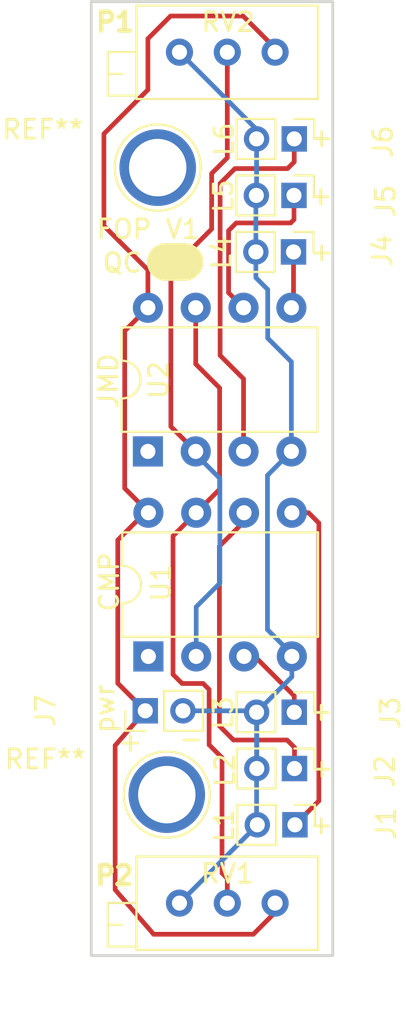
<source format=kicad_pcb>
(kicad_pcb (version 4) (host pcbnew 4.0.6)

  (general
    (links 24)
    (no_connects 0)
    (area 154.166499 95.695699 167.143501 146.442501)
    (thickness 1.6)
    (drawings 27)
    (tracks 105)
    (zones 0)
    (modules 13)
    (nets 13)
  )

  (page A4)
  (layers
    (0 F.Cu signal)
    (31 B.Cu signal)
    (32 B.Adhes user)
    (33 F.Adhes user)
    (34 B.Paste user)
    (35 F.Paste user)
    (36 B.SilkS user)
    (37 F.SilkS user)
    (38 B.Mask user)
    (39 F.Mask user)
    (40 Dwgs.User user)
    (41 Cmts.User user)
    (42 Eco1.User user)
    (43 Eco2.User user)
    (44 Edge.Cuts user)
    (45 Margin user)
    (46 B.CrtYd user)
    (47 F.CrtYd user)
    (48 B.Fab user)
    (49 F.Fab user)
  )

  (setup
    (last_trace_width 0.25)
    (trace_clearance 0.2)
    (zone_clearance 0.508)
    (zone_45_only no)
    (trace_min 0.2)
    (segment_width 0.2)
    (edge_width 0.15)
    (via_size 0.6)
    (via_drill 0.4)
    (via_min_size 0.4)
    (via_min_drill 0.3)
    (uvia_size 0.3)
    (uvia_drill 0.1)
    (uvias_allowed no)
    (uvia_min_size 0.2)
    (uvia_min_drill 0.1)
    (pcb_text_width 0.3)
    (pcb_text_size 1.5 1.5)
    (mod_edge_width 0.15)
    (mod_text_size 1 1)
    (mod_text_width 0.15)
    (pad_size 4.064 4.064)
    (pad_drill 3.048)
    (pad_to_mask_clearance 0.2)
    (aux_axis_origin 0 0)
    (visible_elements 7FFEFFFF)
    (pcbplotparams
      (layerselection 0x00030_80000001)
      (usegerberextensions false)
      (excludeedgelayer true)
      (linewidth 0.100000)
      (plotframeref false)
      (viasonmask false)
      (mode 1)
      (useauxorigin false)
      (hpglpennumber 1)
      (hpglpenspeed 20)
      (hpglpendiameter 15)
      (hpglpenoverlay 2)
      (psnegative false)
      (psa4output false)
      (plotreference true)
      (plotvalue true)
      (plotinvisibletext false)
      (padsonsilk false)
      (subtractmaskfromsilk false)
      (outputformat 1)
      (mirror false)
      (drillshape 1)
      (scaleselection 1)
      (outputdirectory ""))
  )

  (net 0 "")
  (net 1 "Net-(J1-Pad1)")
  (net 2 GND)
  (net 3 "Net-(J2-Pad1)")
  (net 4 "Net-(J3-Pad1)")
  (net 5 "Net-(J4-Pad1)")
  (net 6 "Net-(J5-Pad1)")
  (net 7 VCC)
  (net 8 "Net-(RV1-Pad2)")
  (net 9 "Net-(RV2-Pad2)")
  (net 10 "Net-(U1-Pad1)")
  (net 11 "Net-(U2-Pad1)")
  (net 12 "Net-(J6-Pad1)")

  (net_class Default "This is the default net class."
    (clearance 0.2)
    (trace_width 0.25)
    (via_dia 0.6)
    (via_drill 0.4)
    (uvia_dia 0.3)
    (uvia_drill 0.1)
    (add_net GND)
    (add_net "Net-(J1-Pad1)")
    (add_net "Net-(J2-Pad1)")
    (add_net "Net-(J3-Pad1)")
    (add_net "Net-(J4-Pad1)")
    (add_net "Net-(J5-Pad1)")
    (add_net "Net-(J6-Pad1)")
    (add_net "Net-(RV1-Pad2)")
    (add_net "Net-(RV2-Pad2)")
    (add_net "Net-(U1-Pad1)")
    (add_net "Net-(U2-Pad1)")
    (add_net VCC)
  )

  (module Housings_DIP:DIP-8_W7.62mm (layer F.Cu) (tedit 594C41D4) (tstamp 59457BEE)
    (at 157.2768 130.5052 90)
    (descr "8-lead dip package, row spacing 7.62 mm (300 mils)")
    (tags "DIL DIP PDIP 2.54mm 7.62mm 300mil")
    (path /594548DB)
    (fp_text reference U1 (at 3.9116 0.6731 90) (layer F.SilkS)
      (effects (font (size 1 1) (thickness 0.15)))
    )
    (fp_text value ATTINY85-20PU (at 3.81 10.01 90) (layer F.Fab)
      (effects (font (size 1 1) (thickness 0.15)))
    )
    (fp_text user %R (at 3.81 3.81 90) (layer F.Fab)
      (effects (font (size 1 1) (thickness 0.15)))
    )
    (fp_line (start 1.635 -1.27) (end 6.985 -1.27) (layer F.Fab) (width 0.1))
    (fp_line (start 6.985 -1.27) (end 6.985 8.89) (layer F.Fab) (width 0.1))
    (fp_line (start 6.985 8.89) (end 0.635 8.89) (layer F.Fab) (width 0.1))
    (fp_line (start 0.635 8.89) (end 0.635 -0.27) (layer F.Fab) (width 0.1))
    (fp_line (start 0.635 -0.27) (end 1.635 -1.27) (layer F.Fab) (width 0.1))
    (fp_line (start 2.81 -1.39) (end 1.04 -1.39) (layer F.SilkS) (width 0.12))
    (fp_line (start 1.04 -1.39) (end 1.04 9.01) (layer F.SilkS) (width 0.12))
    (fp_line (start 1.04 9.01) (end 6.58 9.01) (layer F.SilkS) (width 0.12))
    (fp_line (start 6.58 9.01) (end 6.58 -1.39) (layer F.SilkS) (width 0.12))
    (fp_line (start 6.58 -1.39) (end 4.81 -1.39) (layer F.SilkS) (width 0.12))
    (fp_line (start -1.1 -1.6) (end -1.1 9.2) (layer F.CrtYd) (width 0.05))
    (fp_line (start -1.1 9.2) (end 8.7 9.2) (layer F.CrtYd) (width 0.05))
    (fp_line (start 8.7 9.2) (end 8.7 -1.6) (layer F.CrtYd) (width 0.05))
    (fp_line (start 8.7 -1.6) (end -1.1 -1.6) (layer F.CrtYd) (width 0.05))
    (fp_arc (start 3.81 -1.39) (end 2.81 -1.39) (angle -180) (layer F.SilkS) (width 0.12))
    (pad 1 thru_hole rect (at 0 0 90) (size 1.6 1.6) (drill 0.8) (layers *.Cu *.Mask)
      (net 10 "Net-(U1-Pad1)"))
    (pad 5 thru_hole oval (at 7.62 7.62 90) (size 1.6 1.6) (drill 0.8) (layers *.Cu *.Mask)
      (net 1 "Net-(J1-Pad1)"))
    (pad 2 thru_hole oval (at 0 2.54 90) (size 1.6 1.6) (drill 0.8) (layers *.Cu *.Mask)
      (net 9 "Net-(RV2-Pad2)"))
    (pad 6 thru_hole oval (at 7.62 5.08 90) (size 1.6 1.6) (drill 0.8) (layers *.Cu *.Mask)
      (net 3 "Net-(J2-Pad1)"))
    (pad 3 thru_hole oval (at 0 5.08 90) (size 1.6 1.6) (drill 0.8) (layers *.Cu *.Mask)
      (net 4 "Net-(J3-Pad1)"))
    (pad 7 thru_hole oval (at 7.62 2.54 90) (size 1.6 1.6) (drill 0.8) (layers *.Cu *.Mask)
      (net 8 "Net-(RV1-Pad2)"))
    (pad 4 thru_hole oval (at 0 7.62 90) (size 1.6 1.6) (drill 0.8) (layers *.Cu *.Mask)
      (net 2 GND))
    (pad 8 thru_hole oval (at 7.62 0 90) (size 1.6 1.6) (drill 0.8) (layers *.Cu *.Mask)
      (net 7 VCC))
    (model ${KISYS3DMOD}/Housings_DIP.3dshapes/DIP-8_W7.62mm.wrl
      (at (xyz 0 0 0))
      (scale (xyz 1 1 1))
      (rotate (xyz 0 0 0))
    )
  )

  (module Housings_DIP:DIP-8_W7.62mm (layer F.Cu) (tedit 594C41DB) (tstamp 59457C0A)
    (at 157.2514 119.634 90)
    (descr "8-lead dip package, row spacing 7.62 mm (300 mils)")
    (tags "DIL DIP PDIP 2.54mm 7.62mm 300mil")
    (path /59454980)
    (fp_text reference U2 (at 3.7846 0.5715 90) (layer F.SilkS)
      (effects (font (size 1 1) (thickness 0.15)))
    )
    (fp_text value ATTINY85-20PU (at 3.81 10.01 90) (layer F.Fab)
      (effects (font (size 1 1) (thickness 0.15)))
    )
    (fp_text user %R (at 3.81 3.81 90) (layer F.Fab)
      (effects (font (size 1 1) (thickness 0.15)))
    )
    (fp_line (start 1.635 -1.27) (end 6.985 -1.27) (layer F.Fab) (width 0.1))
    (fp_line (start 6.985 -1.27) (end 6.985 8.89) (layer F.Fab) (width 0.1))
    (fp_line (start 6.985 8.89) (end 0.635 8.89) (layer F.Fab) (width 0.1))
    (fp_line (start 0.635 8.89) (end 0.635 -0.27) (layer F.Fab) (width 0.1))
    (fp_line (start 0.635 -0.27) (end 1.635 -1.27) (layer F.Fab) (width 0.1))
    (fp_line (start 2.81 -1.39) (end 1.04 -1.39) (layer F.SilkS) (width 0.12))
    (fp_line (start 1.04 -1.39) (end 1.04 9.01) (layer F.SilkS) (width 0.12))
    (fp_line (start 1.04 9.01) (end 6.58 9.01) (layer F.SilkS) (width 0.12))
    (fp_line (start 6.58 9.01) (end 6.58 -1.39) (layer F.SilkS) (width 0.12))
    (fp_line (start 6.58 -1.39) (end 4.81 -1.39) (layer F.SilkS) (width 0.12))
    (fp_line (start -1.1 -1.6) (end -1.1 9.2) (layer F.CrtYd) (width 0.05))
    (fp_line (start -1.1 9.2) (end 8.7 9.2) (layer F.CrtYd) (width 0.05))
    (fp_line (start 8.7 9.2) (end 8.7 -1.6) (layer F.CrtYd) (width 0.05))
    (fp_line (start 8.7 -1.6) (end -1.1 -1.6) (layer F.CrtYd) (width 0.05))
    (fp_arc (start 3.81 -1.39) (end 2.81 -1.39) (angle -180) (layer F.SilkS) (width 0.12))
    (pad 1 thru_hole rect (at 0 0 90) (size 1.6 1.6) (drill 0.8) (layers *.Cu *.Mask)
      (net 11 "Net-(U2-Pad1)"))
    (pad 5 thru_hole oval (at 7.62 7.62 90) (size 1.6 1.6) (drill 0.8) (layers *.Cu *.Mask)
      (net 5 "Net-(J4-Pad1)"))
    (pad 2 thru_hole oval (at 0 2.54 90) (size 1.6 1.6) (drill 0.8) (layers *.Cu *.Mask)
      (net 9 "Net-(RV2-Pad2)"))
    (pad 6 thru_hole oval (at 7.62 5.08 90) (size 1.6 1.6) (drill 0.8) (layers *.Cu *.Mask)
      (net 6 "Net-(J5-Pad1)"))
    (pad 3 thru_hole oval (at 0 5.08 90) (size 1.6 1.6) (drill 0.8) (layers *.Cu *.Mask)
      (net 12 "Net-(J6-Pad1)"))
    (pad 7 thru_hole oval (at 7.62 2.54 90) (size 1.6 1.6) (drill 0.8) (layers *.Cu *.Mask)
      (net 8 "Net-(RV1-Pad2)"))
    (pad 4 thru_hole oval (at 0 7.62 90) (size 1.6 1.6) (drill 0.8) (layers *.Cu *.Mask)
      (net 2 GND))
    (pad 8 thru_hole oval (at 7.62 0 90) (size 1.6 1.6) (drill 0.8) (layers *.Cu *.Mask)
      (net 7 VCC))
    (model ${KISYS3DMOD}/Housings_DIP.3dshapes/DIP-8_W7.62mm.wrl
      (at (xyz 0 0 0))
      (scale (xyz 1 1 1))
      (rotate (xyz 0 0 0))
    )
  )

  (module Pin_Headers:Pin_Header_Straight_1x02_Pitch2.00mm (layer F.Cu) (tedit 594C41E4) (tstamp 59458569)
    (at 157.1117 133.3881 90)
    (descr "Through hole straight pin header, 1x02, 2.00mm pitch, single row")
    (tags "Through hole pin header THT 1x02 2.00mm single row")
    (path /59459B2D)
    (fp_text reference J7 (at 0.0127 -5.2959 90) (layer F.SilkS)
      (effects (font (size 1 1) (thickness 0.15)))
    )
    (fp_text value CONN_01X02_MALE (at -9.4234 1.4986 90) (layer F.Fab)
      (effects (font (size 1 1) (thickness 0.15)))
    )
    (fp_line (start -1 -1) (end -1 3) (layer F.Fab) (width 0.1))
    (fp_line (start -1 3) (end 1 3) (layer F.Fab) (width 0.1))
    (fp_line (start 1 3) (end 1 -1) (layer F.Fab) (width 0.1))
    (fp_line (start 1 -1) (end -1 -1) (layer F.Fab) (width 0.1))
    (fp_line (start -1.06 1) (end -1.06 3.06) (layer F.SilkS) (width 0.12))
    (fp_line (start -1.06 3.06) (end 1.06 3.06) (layer F.SilkS) (width 0.12))
    (fp_line (start 1.06 3.06) (end 1.06 1) (layer F.SilkS) (width 0.12))
    (fp_line (start 1.06 1) (end -1.06 1) (layer F.SilkS) (width 0.12))
    (fp_line (start -1.06 0) (end -1.06 -1.06) (layer F.SilkS) (width 0.12))
    (fp_line (start -1.06 -1.06) (end 0 -1.06) (layer F.SilkS) (width 0.12))
    (fp_line (start -1.5 -1.5) (end -1.5 3.5) (layer F.CrtYd) (width 0.05))
    (fp_line (start -1.5 3.5) (end 1.5 3.5) (layer F.CrtYd) (width 0.05))
    (fp_line (start 1.5 3.5) (end 1.5 -1.5) (layer F.CrtYd) (width 0.05))
    (fp_line (start 1.5 -1.5) (end -1.5 -1.5) (layer F.CrtYd) (width 0.05))
    (fp_text user %R (at -0.0127 -3.7592 90) (layer F.Fab)
      (effects (font (size 1 1) (thickness 0.15)))
    )
    (pad 1 thru_hole rect (at 0 0 90) (size 1.35 1.35) (drill 0.8) (layers *.Cu *.Mask)
      (net 7 VCC))
    (pad 2 thru_hole oval (at 0 2 90) (size 1.35 1.35) (drill 0.8) (layers *.Cu *.Mask)
      (net 2 GND))
    (model ${KISYS3DMOD}/Pin_Headers.3dshapes/Pin_Header_Straight_1x02_Pitch2.00mm.wrl
      (at (xyz 0 0 0))
      (scale (xyz 1 1 1))
      (rotate (xyz 0 0 0))
    )
  )

  (module Pin_Headers:Pin_Header_Straight_1x02_Pitch2.00mm (layer F.Cu) (tedit 594C41FE) (tstamp 59499F51)
    (at 165.0619 139.4333 270)
    (descr "Through hole straight pin header, 1x02, 2.00mm pitch, single row")
    (tags "Through hole pin header THT 1x02 2.00mm single row")
    (path /59458F82)
    (fp_text reference J1 (at -0.0635 -4.8387 270) (layer F.SilkS)
      (effects (font (size 1 1) (thickness 0.15)))
    )
    (fp_text value CONN_01X02_MALE (at 0 4.06 270) (layer F.Fab)
      (effects (font (size 1 1) (thickness 0.15)))
    )
    (fp_line (start -1 -1) (end -1 3) (layer F.Fab) (width 0.1))
    (fp_line (start -1 3) (end 1 3) (layer F.Fab) (width 0.1))
    (fp_line (start 1 3) (end 1 -1) (layer F.Fab) (width 0.1))
    (fp_line (start 1 -1) (end -1 -1) (layer F.Fab) (width 0.1))
    (fp_line (start -1.06 1) (end -1.06 3.06) (layer F.SilkS) (width 0.12))
    (fp_line (start -1.06 3.06) (end 1.06 3.06) (layer F.SilkS) (width 0.12))
    (fp_line (start 1.06 3.06) (end 1.06 1) (layer F.SilkS) (width 0.12))
    (fp_line (start 1.06 1) (end -1.06 1) (layer F.SilkS) (width 0.12))
    (fp_line (start -1.06 0) (end -1.06 -1.06) (layer F.SilkS) (width 0.12))
    (fp_line (start -1.06 -1.06) (end 0 -1.06) (layer F.SilkS) (width 0.12))
    (fp_line (start -1.5 -1.5) (end -1.5 3.5) (layer F.CrtYd) (width 0.05))
    (fp_line (start -1.5 3.5) (end 1.5 3.5) (layer F.CrtYd) (width 0.05))
    (fp_line (start 1.5 3.5) (end 1.5 -1.5) (layer F.CrtYd) (width 0.05))
    (fp_line (start 1.5 -1.5) (end -1.5 -1.5) (layer F.CrtYd) (width 0.05))
    (fp_text user %R (at -0.0635 -3.4163 270) (layer F.Fab)
      (effects (font (size 1 1) (thickness 0.15)))
    )
    (pad 1 thru_hole rect (at 0 0 270) (size 1.35 1.35) (drill 0.8) (layers *.Cu *.Mask)
      (net 1 "Net-(J1-Pad1)"))
    (pad 2 thru_hole oval (at 0 2 270) (size 1.35 1.35) (drill 0.8) (layers *.Cu *.Mask)
      (net 2 GND))
    (model ${KISYS3DMOD}/Pin_Headers.3dshapes/Pin_Header_Straight_1x02_Pitch2.00mm.wrl
      (at (xyz 0 0 0))
      (scale (xyz 1 1 1))
      (rotate (xyz 0 0 0))
    )
  )

  (module Pin_Headers:Pin_Header_Straight_1x02_Pitch2.00mm (layer F.Cu) (tedit 594C4200) (tstamp 59499F65)
    (at 165.0365 136.4488 270)
    (descr "Through hole straight pin header, 1x02, 2.00mm pitch, single row")
    (tags "Through hole pin header THT 1x02 2.00mm single row")
    (path /5945924A)
    (fp_text reference J2 (at 0.1524 -4.8006 270) (layer F.SilkS)
      (effects (font (size 1 1) (thickness 0.15)))
    )
    (fp_text value CONN_01X02_MALE (at 0 4.06 270) (layer F.Fab)
      (effects (font (size 1 1) (thickness 0.15)))
    )
    (fp_line (start -1 -1) (end -1 3) (layer F.Fab) (width 0.1))
    (fp_line (start -1 3) (end 1 3) (layer F.Fab) (width 0.1))
    (fp_line (start 1 3) (end 1 -1) (layer F.Fab) (width 0.1))
    (fp_line (start 1 -1) (end -1 -1) (layer F.Fab) (width 0.1))
    (fp_line (start -1.06 1) (end -1.06 3.06) (layer F.SilkS) (width 0.12))
    (fp_line (start -1.06 3.06) (end 1.06 3.06) (layer F.SilkS) (width 0.12))
    (fp_line (start 1.06 3.06) (end 1.06 1) (layer F.SilkS) (width 0.12))
    (fp_line (start 1.06 1) (end -1.06 1) (layer F.SilkS) (width 0.12))
    (fp_line (start -1.06 0) (end -1.06 -1.06) (layer F.SilkS) (width 0.12))
    (fp_line (start -1.06 -1.06) (end 0 -1.06) (layer F.SilkS) (width 0.12))
    (fp_line (start -1.5 -1.5) (end -1.5 3.5) (layer F.CrtYd) (width 0.05))
    (fp_line (start -1.5 3.5) (end 1.5 3.5) (layer F.CrtYd) (width 0.05))
    (fp_line (start 1.5 3.5) (end 1.5 -1.5) (layer F.CrtYd) (width 0.05))
    (fp_line (start 1.5 -1.5) (end -1.5 -1.5) (layer F.CrtYd) (width 0.05))
    (fp_text user %R (at 0.0635 -3.302 270) (layer F.Fab)
      (effects (font (size 1 1) (thickness 0.15)))
    )
    (pad 1 thru_hole rect (at 0 0 270) (size 1.35 1.35) (drill 0.8) (layers *.Cu *.Mask)
      (net 3 "Net-(J2-Pad1)"))
    (pad 2 thru_hole oval (at 0 2 270) (size 1.35 1.35) (drill 0.8) (layers *.Cu *.Mask)
      (net 2 GND))
    (model ${KISYS3DMOD}/Pin_Headers.3dshapes/Pin_Header_Straight_1x02_Pitch2.00mm.wrl
      (at (xyz 0 0 0))
      (scale (xyz 1 1 1))
      (rotate (xyz 0 0 0))
    )
  )

  (module Pin_Headers:Pin_Header_Straight_1x02_Pitch2.00mm (layer F.Cu) (tedit 594C4206) (tstamp 59499F79)
    (at 165.0238 133.4643 270)
    (descr "Through hole straight pin header, 1x02, 2.00mm pitch, single row")
    (tags "Through hole pin header THT 1x02 2.00mm single row")
    (path /594592A4)
    (fp_text reference J3 (at 0.0381 -5.1054 270) (layer F.SilkS)
      (effects (font (size 1 1) (thickness 0.15)))
    )
    (fp_text value CONN_01X02_MALE (at 0 4.06 270) (layer F.Fab)
      (effects (font (size 1 1) (thickness 0.15)))
    )
    (fp_line (start -1 -1) (end -1 3) (layer F.Fab) (width 0.1))
    (fp_line (start -1 3) (end 1 3) (layer F.Fab) (width 0.1))
    (fp_line (start 1 3) (end 1 -1) (layer F.Fab) (width 0.1))
    (fp_line (start 1 -1) (end -1 -1) (layer F.Fab) (width 0.1))
    (fp_line (start -1.06 1) (end -1.06 3.06) (layer F.SilkS) (width 0.12))
    (fp_line (start -1.06 3.06) (end 1.06 3.06) (layer F.SilkS) (width 0.12))
    (fp_line (start 1.06 3.06) (end 1.06 1) (layer F.SilkS) (width 0.12))
    (fp_line (start 1.06 1) (end -1.06 1) (layer F.SilkS) (width 0.12))
    (fp_line (start -1.06 0) (end -1.06 -1.06) (layer F.SilkS) (width 0.12))
    (fp_line (start -1.06 -1.06) (end 0 -1.06) (layer F.SilkS) (width 0.12))
    (fp_line (start -1.5 -1.5) (end -1.5 3.5) (layer F.CrtYd) (width 0.05))
    (fp_line (start -1.5 3.5) (end 1.5 3.5) (layer F.CrtYd) (width 0.05))
    (fp_line (start 1.5 3.5) (end 1.5 -1.5) (layer F.CrtYd) (width 0.05))
    (fp_line (start 1.5 -1.5) (end -1.5 -1.5) (layer F.CrtYd) (width 0.05))
    (fp_text user %R (at -0.0762 -3.6195 270) (layer F.Fab)
      (effects (font (size 1 1) (thickness 0.15)))
    )
    (pad 1 thru_hole rect (at 0 0 270) (size 1.35 1.35) (drill 0.8) (layers *.Cu *.Mask)
      (net 4 "Net-(J3-Pad1)"))
    (pad 2 thru_hole oval (at 0 2 270) (size 1.35 1.35) (drill 0.8) (layers *.Cu *.Mask)
      (net 2 GND))
    (model ${KISYS3DMOD}/Pin_Headers.3dshapes/Pin_Header_Straight_1x02_Pitch2.00mm.wrl
      (at (xyz 0 0 0))
      (scale (xyz 1 1 1))
      (rotate (xyz 0 0 0))
    )
  )

  (module Pin_Headers:Pin_Header_Straight_1x02_Pitch2.00mm (layer F.Cu) (tedit 594C41A2) (tstamp 59499F8D)
    (at 164.9857 109.0549 270)
    (descr "Through hole straight pin header, 1x02, 2.00mm pitch, single row")
    (tags "Through hole pin header THT 1x02 2.00mm single row")
    (path /59459303)
    (fp_text reference J4 (at -0.0635 -4.7244 270) (layer F.SilkS)
      (effects (font (size 1 1) (thickness 0.15)))
    )
    (fp_text value CONN_01X02_MALE (at 0 4.06 270) (layer F.Fab)
      (effects (font (size 1 1) (thickness 0.15)))
    )
    (fp_line (start -1 -1) (end -1 3) (layer F.Fab) (width 0.1))
    (fp_line (start -1 3) (end 1 3) (layer F.Fab) (width 0.1))
    (fp_line (start 1 3) (end 1 -1) (layer F.Fab) (width 0.1))
    (fp_line (start 1 -1) (end -1 -1) (layer F.Fab) (width 0.1))
    (fp_line (start -1.06 1) (end -1.06 3.06) (layer F.SilkS) (width 0.12))
    (fp_line (start -1.06 3.06) (end 1.06 3.06) (layer F.SilkS) (width 0.12))
    (fp_line (start 1.06 3.06) (end 1.06 1) (layer F.SilkS) (width 0.12))
    (fp_line (start 1.06 1) (end -1.06 1) (layer F.SilkS) (width 0.12))
    (fp_line (start -1.06 0) (end -1.06 -1.06) (layer F.SilkS) (width 0.12))
    (fp_line (start -1.06 -1.06) (end 0 -1.06) (layer F.SilkS) (width 0.12))
    (fp_line (start -1.5 -1.5) (end -1.5 3.5) (layer F.CrtYd) (width 0.05))
    (fp_line (start -1.5 3.5) (end 1.5 3.5) (layer F.CrtYd) (width 0.05))
    (fp_line (start 1.5 3.5) (end 1.5 -1.5) (layer F.CrtYd) (width 0.05))
    (fp_line (start 1.5 -1.5) (end -1.5 -1.5) (layer F.CrtYd) (width 0.05))
    (fp_text user %R (at 0 -3.3655 270) (layer F.Fab)
      (effects (font (size 1 1) (thickness 0.15)))
    )
    (pad 1 thru_hole rect (at 0 0 270) (size 1.35 1.35) (drill 0.8) (layers *.Cu *.Mask)
      (net 5 "Net-(J4-Pad1)"))
    (pad 2 thru_hole oval (at 0 2 270) (size 1.35 1.35) (drill 0.8) (layers *.Cu *.Mask)
      (net 2 GND))
    (model ${KISYS3DMOD}/Pin_Headers.3dshapes/Pin_Header_Straight_1x02_Pitch2.00mm.wrl
      (at (xyz 0 0 0))
      (scale (xyz 1 1 1))
      (rotate (xyz 0 0 0))
    )
  )

  (module Pin_Headers:Pin_Header_Straight_1x02_Pitch2.00mm (layer F.Cu) (tedit 594C419F) (tstamp 59499FA1)
    (at 165.0111 106.0577 270)
    (descr "Through hole straight pin header, 1x02, 2.00mm pitch, single row")
    (tags "Through hole pin header THT 1x02 2.00mm single row")
    (path /59459363)
    (fp_text reference J5 (at 0.3048 -4.8641 270) (layer F.SilkS)
      (effects (font (size 1 1) (thickness 0.15)))
    )
    (fp_text value CONN_01X02_MALE (at 0 4.06 270) (layer F.Fab)
      (effects (font (size 1 1) (thickness 0.15)))
    )
    (fp_line (start -1 -1) (end -1 3) (layer F.Fab) (width 0.1))
    (fp_line (start -1 3) (end 1 3) (layer F.Fab) (width 0.1))
    (fp_line (start 1 3) (end 1 -1) (layer F.Fab) (width 0.1))
    (fp_line (start 1 -1) (end -1 -1) (layer F.Fab) (width 0.1))
    (fp_line (start -1.06 1) (end -1.06 3.06) (layer F.SilkS) (width 0.12))
    (fp_line (start -1.06 3.06) (end 1.06 3.06) (layer F.SilkS) (width 0.12))
    (fp_line (start 1.06 3.06) (end 1.06 1) (layer F.SilkS) (width 0.12))
    (fp_line (start 1.06 1) (end -1.06 1) (layer F.SilkS) (width 0.12))
    (fp_line (start -1.06 0) (end -1.06 -1.06) (layer F.SilkS) (width 0.12))
    (fp_line (start -1.06 -1.06) (end 0 -1.06) (layer F.SilkS) (width 0.12))
    (fp_line (start -1.5 -1.5) (end -1.5 3.5) (layer F.CrtYd) (width 0.05))
    (fp_line (start -1.5 3.5) (end 1.5 3.5) (layer F.CrtYd) (width 0.05))
    (fp_line (start 1.5 3.5) (end 1.5 -1.5) (layer F.CrtYd) (width 0.05))
    (fp_line (start 1.5 -1.5) (end -1.5 -1.5) (layer F.CrtYd) (width 0.05))
    (fp_text user %R (at 0.1524 -3.4036 270) (layer F.Fab)
      (effects (font (size 1 1) (thickness 0.15)))
    )
    (pad 1 thru_hole rect (at 0 0 270) (size 1.35 1.35) (drill 0.8) (layers *.Cu *.Mask)
      (net 6 "Net-(J5-Pad1)"))
    (pad 2 thru_hole oval (at 0 2 270) (size 1.35 1.35) (drill 0.8) (layers *.Cu *.Mask)
      (net 2 GND))
    (model ${KISYS3DMOD}/Pin_Headers.3dshapes/Pin_Header_Straight_1x02_Pitch2.00mm.wrl
      (at (xyz 0 0 0))
      (scale (xyz 1 1 1))
      (rotate (xyz 0 0 0))
    )
  )

  (module Pin_Headers:Pin_Header_Straight_1x02_Pitch2.00mm (layer F.Cu) (tedit 594C419B) (tstamp 59499FC9)
    (at 165.0238 103.0605 270)
    (descr "Through hole straight pin header, 1x02, 2.00mm pitch, single row")
    (tags "Through hole pin header THT 1x02 2.00mm single row")
    (path /5949AF29)
    (fp_text reference J6 (at 0.1524 -4.7117 270) (layer F.SilkS)
      (effects (font (size 1 1) (thickness 0.15)))
    )
    (fp_text value CONN_01X02_MALE (at 0 4.06 270) (layer F.Fab)
      (effects (font (size 1 1) (thickness 0.15)))
    )
    (fp_line (start -1 -1) (end -1 3) (layer F.Fab) (width 0.1))
    (fp_line (start -1 3) (end 1 3) (layer F.Fab) (width 0.1))
    (fp_line (start 1 3) (end 1 -1) (layer F.Fab) (width 0.1))
    (fp_line (start 1 -1) (end -1 -1) (layer F.Fab) (width 0.1))
    (fp_line (start -1.06 1) (end -1.06 3.06) (layer F.SilkS) (width 0.12))
    (fp_line (start -1.06 3.06) (end 1.06 3.06) (layer F.SilkS) (width 0.12))
    (fp_line (start 1.06 3.06) (end 1.06 1) (layer F.SilkS) (width 0.12))
    (fp_line (start 1.06 1) (end -1.06 1) (layer F.SilkS) (width 0.12))
    (fp_line (start -1.06 0) (end -1.06 -1.06) (layer F.SilkS) (width 0.12))
    (fp_line (start -1.06 -1.06) (end 0 -1.06) (layer F.SilkS) (width 0.12))
    (fp_line (start -1.5 -1.5) (end -1.5 3.5) (layer F.CrtYd) (width 0.05))
    (fp_line (start -1.5 3.5) (end 1.5 3.5) (layer F.CrtYd) (width 0.05))
    (fp_line (start 1.5 3.5) (end 1.5 -1.5) (layer F.CrtYd) (width 0.05))
    (fp_line (start 1.5 -1.5) (end -1.5 -1.5) (layer F.CrtYd) (width 0.05))
    (fp_text user %R (at 0.0381 -3.3909 270) (layer F.Fab)
      (effects (font (size 1 1) (thickness 0.15)))
    )
    (pad 1 thru_hole rect (at 0 0 270) (size 1.35 1.35) (drill 0.8) (layers *.Cu *.Mask)
      (net 12 "Net-(J6-Pad1)"))
    (pad 2 thru_hole oval (at 0 2 270) (size 1.35 1.35) (drill 0.8) (layers *.Cu *.Mask)
      (net 2 GND))
    (model ${KISYS3DMOD}/Pin_Headers.3dshapes/Pin_Header_Straight_1x02_Pitch2.00mm.wrl
      (at (xyz 0 0 0))
      (scale (xyz 1 1 1))
      (rotate (xyz 0 0 0))
    )
  )

  (module Potentiometers:Potentiometer_Trimmer_Bourns_3296X (layer F.Cu) (tedit 594C41F5) (tstamp 594ACE3B)
    (at 164.0078 143.5862)
    (descr "Spindle Trimmer Potentiometer, Bourns 3296X, https://www.bourns.com/pdfs/3296.pdf")
    (tags "Spindle Trimmer Potentiometer   Bourns 3296X")
    (path /59455EA2)
    (fp_text reference RV1 (at -2.5273 -1.5621) (layer F.SilkS)
      (effects (font (size 1 1) (thickness 0.15)))
    )
    (fp_text value POT (at -3.3 3.67) (layer F.Fab)
      (effects (font (size 1 1) (thickness 0.15)))
    )
    (fp_line (start -7.305 -2.41) (end -7.305 2.42) (layer F.Fab) (width 0.1))
    (fp_line (start -7.305 2.42) (end 2.225 2.42) (layer F.Fab) (width 0.1))
    (fp_line (start 2.225 2.42) (end 2.225 -2.41) (layer F.Fab) (width 0.1))
    (fp_line (start 2.225 -2.41) (end -7.305 -2.41) (layer F.Fab) (width 0.1))
    (fp_line (start -8.825 0.055) (end -8.825 2.245) (layer F.Fab) (width 0.1))
    (fp_line (start -8.825 2.245) (end -7.305 2.245) (layer F.Fab) (width 0.1))
    (fp_line (start -7.305 2.245) (end -7.305 0.055) (layer F.Fab) (width 0.1))
    (fp_line (start -7.305 0.055) (end -8.825 0.055) (layer F.Fab) (width 0.1))
    (fp_line (start -8.825 1.15) (end -8.065 1.15) (layer F.Fab) (width 0.1))
    (fp_line (start -7.365 -2.47) (end 2.285 -2.47) (layer F.SilkS) (width 0.12))
    (fp_line (start -7.365 2.481) (end 2.285 2.481) (layer F.SilkS) (width 0.12))
    (fp_line (start -7.365 -2.47) (end -7.365 2.481) (layer F.SilkS) (width 0.12))
    (fp_line (start 2.285 -2.47) (end 2.285 2.481) (layer F.SilkS) (width 0.12))
    (fp_line (start -8.885 -0.005) (end -7.366 -0.005) (layer F.SilkS) (width 0.12))
    (fp_line (start -8.885 2.305) (end -7.366 2.305) (layer F.SilkS) (width 0.12))
    (fp_line (start -8.885 -0.005) (end -8.885 2.305) (layer F.SilkS) (width 0.12))
    (fp_line (start -7.366 -0.005) (end -7.366 2.305) (layer F.SilkS) (width 0.12))
    (fp_line (start -8.885 1.15) (end -8.125 1.15) (layer F.SilkS) (width 0.12))
    (fp_line (start -9.1 -2.7) (end -9.1 2.7) (layer F.CrtYd) (width 0.05))
    (fp_line (start -9.1 2.7) (end 2.5 2.7) (layer F.CrtYd) (width 0.05))
    (fp_line (start 2.5 2.7) (end 2.5 -2.7) (layer F.CrtYd) (width 0.05))
    (fp_line (start 2.5 -2.7) (end -9.1 -2.7) (layer F.CrtYd) (width 0.05))
    (pad 1 thru_hole circle (at 0 0) (size 1.44 1.44) (drill 0.8) (layers *.Cu *.Mask)
      (net 7 VCC))
    (pad 2 thru_hole circle (at -2.54 0) (size 1.44 1.44) (drill 0.8) (layers *.Cu *.Mask)
      (net 8 "Net-(RV1-Pad2)"))
    (pad 3 thru_hole circle (at -5.08 0) (size 1.44 1.44) (drill 0.8) (layers *.Cu *.Mask)
      (net 2 GND))
    (model Potentiometers.3dshapes/Potentiometer_Trimmer_Bourns_3296X.wrl
      (at (xyz 0 0 0))
      (scale (xyz 1 1 1))
      (rotate (xyz 0 0 -90))
    )
  )

  (module Potentiometers:Potentiometer_Trimmer_Bourns_3296X (layer F.Cu) (tedit 594C4218) (tstamp 594ACE57)
    (at 164.0078 98.4631)
    (descr "Spindle Trimmer Potentiometer, Bourns 3296X, https://www.bourns.com/pdfs/3296.pdf")
    (tags "Spindle Trimmer Potentiometer   Bourns 3296X")
    (path /59455F2B)
    (fp_text reference RV2 (at -2.5019 -1.6002) (layer F.SilkS)
      (effects (font (size 1 1) (thickness 0.15)))
    )
    (fp_text value POT (at -3.3 3.67) (layer F.Fab)
      (effects (font (size 1 1) (thickness 0.15)))
    )
    (fp_line (start -7.305 -2.41) (end -7.305 2.42) (layer F.Fab) (width 0.1))
    (fp_line (start -7.305 2.42) (end 2.225 2.42) (layer F.Fab) (width 0.1))
    (fp_line (start 2.225 2.42) (end 2.225 -2.41) (layer F.Fab) (width 0.1))
    (fp_line (start 2.225 -2.41) (end -7.305 -2.41) (layer F.Fab) (width 0.1))
    (fp_line (start -8.825 0.055) (end -8.825 2.245) (layer F.Fab) (width 0.1))
    (fp_line (start -8.825 2.245) (end -7.305 2.245) (layer F.Fab) (width 0.1))
    (fp_line (start -7.305 2.245) (end -7.305 0.055) (layer F.Fab) (width 0.1))
    (fp_line (start -7.305 0.055) (end -8.825 0.055) (layer F.Fab) (width 0.1))
    (fp_line (start -8.825 1.15) (end -8.065 1.15) (layer F.Fab) (width 0.1))
    (fp_line (start -7.365 -2.47) (end 2.285 -2.47) (layer F.SilkS) (width 0.12))
    (fp_line (start -7.365 2.481) (end 2.285 2.481) (layer F.SilkS) (width 0.12))
    (fp_line (start -7.365 -2.47) (end -7.365 2.481) (layer F.SilkS) (width 0.12))
    (fp_line (start 2.285 -2.47) (end 2.285 2.481) (layer F.SilkS) (width 0.12))
    (fp_line (start -8.885 -0.005) (end -7.366 -0.005) (layer F.SilkS) (width 0.12))
    (fp_line (start -8.885 2.305) (end -7.366 2.305) (layer F.SilkS) (width 0.12))
    (fp_line (start -8.885 -0.005) (end -8.885 2.305) (layer F.SilkS) (width 0.12))
    (fp_line (start -7.366 -0.005) (end -7.366 2.305) (layer F.SilkS) (width 0.12))
    (fp_line (start -8.885 1.15) (end -8.125 1.15) (layer F.SilkS) (width 0.12))
    (fp_line (start -9.1 -2.7) (end -9.1 2.7) (layer F.CrtYd) (width 0.05))
    (fp_line (start -9.1 2.7) (end 2.5 2.7) (layer F.CrtYd) (width 0.05))
    (fp_line (start 2.5 2.7) (end 2.5 -2.7) (layer F.CrtYd) (width 0.05))
    (fp_line (start 2.5 -2.7) (end -9.1 -2.7) (layer F.CrtYd) (width 0.05))
    (pad 1 thru_hole circle (at 0 0) (size 1.44 1.44) (drill 0.8) (layers *.Cu *.Mask)
      (net 7 VCC))
    (pad 2 thru_hole circle (at -2.54 0) (size 1.44 1.44) (drill 0.8) (layers *.Cu *.Mask)
      (net 9 "Net-(RV2-Pad2)"))
    (pad 3 thru_hole circle (at -5.08 0) (size 1.44 1.44) (drill 0.8) (layers *.Cu *.Mask)
      (net 2 GND))
    (model Potentiometers.3dshapes/Potentiometer_Trimmer_Bourns_3296X.wrl
      (at (xyz 0 0 0))
      (scale (xyz 1 1 1))
      (rotate (xyz 0 0 -90))
    )
  )

  (module Connectors:1pin (layer F.Cu) (tedit 594C41E9) (tstamp 594ACF30)
    (at 158.2547 137.8331)
    (descr "module 1 pin (ou trou mecanique de percage)")
    (tags DEV)
    (fp_text reference REF** (at -6.4516 -1.8796) (layer F.SilkS)
      (effects (font (size 1 1) (thickness 0.15)))
    )
    (fp_text value 1pin (at 0 3) (layer F.Fab)
      (effects (font (size 1 1) (thickness 0.15)))
    )
    (fp_circle (center 0 0) (end 2 0.8) (layer F.Fab) (width 0.1))
    (fp_circle (center 0 0) (end 2.6 0) (layer F.CrtYd) (width 0.05))
    (fp_circle (center 0 0) (end 0 -2.286) (layer F.SilkS) (width 0.12))
    (pad 1 thru_hole circle (at 0 0) (size 4.064 4.064) (drill 3.048) (layers *.Cu *.Mask))
  )

  (module Connectors:1pin (layer F.Cu) (tedit 594C41B7) (tstamp 594AD070)
    (at 157.7721 104.5845)
    (descr "module 1 pin (ou trou mecanique de percage)")
    (tags DEV)
    (fp_text reference REF** (at -6.1087 -2.0193) (layer F.SilkS)
      (effects (font (size 1 1) (thickness 0.15)))
    )
    (fp_text value 1pin (at 0 3) (layer F.Fab)
      (effects (font (size 1 1) (thickness 0.15)))
    )
    (fp_circle (center 0 0) (end 2 0.8) (layer F.Fab) (width 0.1))
    (fp_circle (center 0 0) (end 2.6 0) (layer F.CrtYd) (width 0.05))
    (fp_circle (center 0 0) (end 0 -2.286) (layer F.SilkS) (width 0.12))
    (pad 1 thru_hole circle (at 0 0) (size 4.064 4.064) (drill 3.048) (layers *.Cu *.Mask))
  )

  (gr_text CMP (at 155.194 126.5555 90) (layer F.SilkS)
    (effects (font (size 1 1) (thickness 0.15)))
  )
  (gr_line (start 158.2009 109.5883) (end 159.2009 109.5883) (angle 90) (layer F.SilkS) (width 2))
  (gr_text QC (at 155.8925 109.6391) (layer F.SilkS)
    (effects (font (size 1 1) (thickness 0.15)))
  )
  (gr_text JMD (at 155.1559 115.8875 90) (layer F.SilkS)
    (effects (font (size 1 1) (thickness 0.15)))
  )
  (gr_text "FOP V1" (at 157.2768 107.8484) (layer F.SilkS)
    (effects (font (size 1 1) (thickness 0.15)))
  )
  (gr_text + (at 166.4589 139.4206) (layer F.SilkS)
    (effects (font (size 1 1) (thickness 0.15)))
  )
  (gr_text + (at 166.497 136.4107) (layer F.SilkS)
    (effects (font (size 1 1) (thickness 0.15)))
  )
  (gr_text + (at 166.4589 133.4008) (layer F.SilkS)
    (effects (font (size 1 1) (thickness 0.15)))
  )
  (gr_text + (at 166.4843 109.0422) (layer F.SilkS)
    (effects (font (size 1 1) (thickness 0.15)))
  )
  (gr_text + (at 166.4335 106.0577) (layer F.SilkS)
    (effects (font (size 1 1) (thickness 0.15)))
  )
  (gr_text + (at 166.4843 102.9716) (layer F.SilkS)
    (effects (font (size 1 1) (thickness 0.15)))
  )
  (gr_text L6 (at 161.3027 103.0859 90) (layer F.SilkS)
    (effects (font (size 1 1) (thickness 0.15)))
  )
  (gr_text L5 (at 161.2646 106.0958 90) (layer F.SilkS)
    (effects (font (size 1 1) (thickness 0.15)))
  )
  (gr_text L4 (at 161.163 109.093 90) (layer F.SilkS)
    (effects (font (size 1 1) (thickness 0.15)))
  )
  (gr_text L3 (at 161.2646 133.5024 90) (layer F.SilkS)
    (effects (font (size 1 1) (thickness 0.15)))
  )
  (gr_text L2 (at 161.3408 136.5377 90) (layer F.SilkS)
    (effects (font (size 1 1) (thickness 0.15)))
  )
  (gr_text L1 (at 161.3027 139.4714 90) (layer F.SilkS)
    (effects (font (size 1 1) (thickness 0.15)))
  )
  (gr_text - (at 159.5501 134.8613) (layer F.SilkS)
    (effects (font (size 1 1) (thickness 0.15)))
  )
  (gr_text + (at 156.3243 135.0264) (layer F.SilkS)
    (effects (font (size 1 1) (thickness 0.15)))
  )
  (gr_text pwr (at 154.9527 133.2738 90) (layer F.SilkS)
    (effects (font (size 1 1) (thickness 0.15)))
  )
  (gr_text P2 (at 155.4734 142.1257) (layer F.SilkS)
    (effects (font (size 1 1) (thickness 0.25)))
  )
  (gr_text P1 (at 155.5115 96.8629) (layer F.SilkS)
    (effects (font (size 1 1) (thickness 0.25)))
  )
  (gr_line (start 154.2415 95.7834) (end 154.2542 95.7707) (angle 90) (layer Edge.Cuts) (width 0.15))
  (gr_line (start 167.0685 95.7834) (end 154.2415 95.7834) (angle 90) (layer Edge.Cuts) (width 0.15))
  (gr_line (start 167.0685 146.3675) (end 167.0685 95.7834) (angle 90) (layer Edge.Cuts) (width 0.15))
  (gr_line (start 154.2415 146.3675) (end 167.0685 146.3675) (angle 90) (layer Edge.Cuts) (width 0.15))
  (gr_line (start 154.2415 95.7707) (end 154.2415 146.3675) (angle 90) (layer Edge.Cuts) (width 0.15))

  (segment (start 164.8968 122.8852) (end 165.7858 122.8852) (width 0.25) (layer F.Cu) (net 1) (status 10))
  (segment (start 166.3319 138.1633) (end 165.0619 139.4333) (width 0.25) (layer F.Cu) (net 1) (tstamp 594AC317) (status 20))
  (segment (start 166.3319 123.4313) (end 166.3319 138.1633) (width 0.25) (layer F.Cu) (net 1) (tstamp 594AC306))
  (segment (start 165.7858 122.8852) (end 166.3319 123.4313) (width 0.25) (layer F.Cu) (net 1) (tstamp 594AC302))
  (segment (start 163.0238 103.0605) (end 163.0238 102.5591) (width 0.25) (layer B.Cu) (net 2))
  (segment (start 163.0238 102.5591) (end 158.9278 98.4631) (width 0.25) (layer B.Cu) (net 2) (tstamp 594AD05C))
  (segment (start 159.1117 133.3881) (end 162.9476 133.3881) (width 0.25) (layer B.Cu) (net 2))
  (segment (start 162.9476 133.3881) (end 163.0238 133.4643) (width 0.25) (layer B.Cu) (net 2) (tstamp 594ACFC9))
  (segment (start 163.0619 139.4333) (end 163.0619 139.4521) (width 0.25) (layer B.Cu) (net 2))
  (segment (start 163.0619 139.4521) (end 158.9278 143.5862) (width 0.25) (layer B.Cu) (net 2) (tstamp 594ACFB1))
  (segment (start 163.0365 136.4488) (end 163.0365 133.477) (width 0.25) (layer B.Cu) (net 2) (status 30))
  (segment (start 163.0365 133.477) (end 163.0238 133.4643) (width 0.25) (layer B.Cu) (net 2) (tstamp 594AC652) (status 30))
  (segment (start 163.0238 133.4643) (end 163.0238 139.3952) (width 0.25) (layer B.Cu) (net 2) (status 30))
  (segment (start 163.0238 139.3952) (end 163.0619 139.4333) (width 0.25) (layer B.Cu) (net 2) (tstamp 594AC4F8) (status 30))
  (segment (start 162.9857 109.0549) (end 162.9857 106.0831) (width 0.25) (layer B.Cu) (net 2) (status 30))
  (segment (start 162.9857 106.0831) (end 163.0238 106.045) (width 0.25) (layer B.Cu) (net 2) (tstamp 594AC4CF) (status 30))
  (segment (start 163.0238 106.045) (end 163.0238 103.0605) (width 0.25) (layer B.Cu) (net 2) (tstamp 594AC4D2) (status 30))
  (segment (start 164.8714 119.634) (end 164.8714 114.8842) (width 0.25) (layer B.Cu) (net 2) (status 10))
  (segment (start 162.9857 110.4204) (end 162.9857 109.0549) (width 0.25) (layer B.Cu) (net 2) (tstamp 594AC4C8) (status 20))
  (segment (start 163.6141 111.0488) (end 162.9857 110.4204) (width 0.25) (layer B.Cu) (net 2) (tstamp 594AC4C6))
  (segment (start 163.6141 113.6269) (end 163.6141 111.0488) (width 0.25) (layer B.Cu) (net 2) (tstamp 594AC4C1))
  (segment (start 164.8714 114.8842) (end 163.6141 113.6269) (width 0.25) (layer B.Cu) (net 2) (tstamp 594AC4B8))
  (segment (start 164.8968 130.5052) (end 164.8968 130.3782) (width 0.25) (layer B.Cu) (net 2) (status 30))
  (segment (start 164.8968 130.3782) (end 163.6014 129.0828) (width 0.25) (layer B.Cu) (net 2) (tstamp 594AC4A9) (status 10))
  (segment (start 163.6014 120.904) (end 164.8714 119.634) (width 0.25) (layer B.Cu) (net 2) (tstamp 594AC4B0) (status 20))
  (segment (start 163.6014 129.0828) (end 163.6014 120.904) (width 0.25) (layer B.Cu) (net 2) (tstamp 594AC4AB))
  (segment (start 164.8968 130.5052) (end 164.8968 131.5913) (width 0.25) (layer B.Cu) (net 2) (status 10))
  (segment (start 164.8968 131.5913) (end 163.0238 133.4643) (width 0.25) (layer B.Cu) (net 2) (tstamp 594AC4A0) (status 20))
  (segment (start 162.3568 122.8852) (end 162.3568 123.3551) (width 0.25) (layer F.Cu) (net 3) (status 30))
  (segment (start 162.3568 123.3551) (end 161.0487 124.6632) (width 0.25) (layer F.Cu) (net 3) (tstamp 594AC32B) (status 10))
  (segment (start 161.0487 124.6632) (end 161.0487 134.1882) (width 0.25) (layer F.Cu) (net 3) (tstamp 594AC330))
  (segment (start 161.0487 134.1882) (end 161.798 134.9375) (width 0.25) (layer F.Cu) (net 3) (tstamp 594AC33A))
  (segment (start 161.798 134.9375) (end 164.6428 134.9375) (width 0.25) (layer F.Cu) (net 3) (tstamp 594AC33E))
  (segment (start 164.6428 134.9375) (end 165.0365 135.3312) (width 0.25) (layer F.Cu) (net 3) (tstamp 594AC342))
  (segment (start 165.0365 135.3312) (end 165.0365 136.4488) (width 0.25) (layer F.Cu) (net 3) (tstamp 594AC346) (status 20))
  (segment (start 162.3568 130.5052) (end 162.9283 130.5052) (width 0.25) (layer F.Cu) (net 4) (status 30))
  (segment (start 162.9283 130.5052) (end 165.0238 132.6007) (width 0.25) (layer F.Cu) (net 4) (tstamp 594AC493) (status 10))
  (segment (start 165.0238 132.6007) (end 165.0238 133.4643) (width 0.25) (layer F.Cu) (net 4) (tstamp 594AC497) (status 20))
  (segment (start 164.9857 109.0549) (end 164.9857 111.8997) (width 0.25) (layer F.Cu) (net 5) (status 30))
  (segment (start 164.9857 111.8997) (end 164.8714 112.014) (width 0.25) (layer F.Cu) (net 5) (tstamp 594AC0AB) (status 30))
  (segment (start 165.0111 106.0577) (end 165.0111 107.3404) (width 0.25) (layer F.Cu) (net 6) (status 10))
  (segment (start 161.536802 111.219402) (end 162.3314 112.014) (width 0.25) (layer F.Cu) (net 6) (tstamp 594AC13E) (status 20))
  (segment (start 161.536802 107.9246) (end 161.536802 111.219402) (width 0.25) (layer F.Cu) (net 6) (tstamp 594AC13B))
  (segment (start 161.943202 107.5182) (end 161.536802 107.9246) (width 0.25) (layer F.Cu) (net 6) (tstamp 594AC138))
  (segment (start 164.8333 107.5182) (end 161.943202 107.5182) (width 0.25) (layer F.Cu) (net 6) (tstamp 594AC135))
  (segment (start 165.0111 107.3404) (end 164.8333 107.5182) (width 0.25) (layer F.Cu) (net 6) (tstamp 594AC132))
  (segment (start 157.2514 112.014) (end 157.2514 110.0074) (width 0.25) (layer F.Cu) (net 7))
  (segment (start 158.4579 96.5454) (end 157.2514 97.7519) (width 0.25) (layer F.Cu) (net 7) (tstamp 594AD067))
  (segment (start 162.306 96.5454) (end 158.4579 96.5454) (width 0.25) (layer F.Cu) (net 7) (tstamp 594AD065))
  (segment (start 162.306 96.5454) (end 164.0078 98.2472) (width 0.25) (layer F.Cu) (net 7) (tstamp 594AD064))
  (segment (start 157.2514 100.457) (end 157.2514 97.7519) (width 0.25) (layer F.Cu) (net 7) (tstamp 594AD0BD))
  (segment (start 154.9146 102.7938) (end 157.2514 100.457) (width 0.25) (layer F.Cu) (net 7) (tstamp 594AD0B9))
  (segment (start 154.9146 107.6706) (end 154.9146 102.7938) (width 0.25) (layer F.Cu) (net 7) (tstamp 594AD0B2))
  (segment (start 157.2514 110.0074) (end 154.9146 107.6706) (width 0.25) (layer F.Cu) (net 7) (tstamp 594AD08C))
  (segment (start 164.0078 98.4631) (end 164.0078 98.2472) (width 0.25) (layer F.Cu) (net 7))
  (segment (start 157.1117 133.3881) (end 155.6512 131.9276) (width 0.25) (layer F.Cu) (net 7))
  (segment (start 155.6512 124.333) (end 157.099 122.8852) (width 0.25) (layer F.Cu) (net 7) (tstamp 594ACFDE))
  (segment (start 155.6512 131.9276) (end 155.6512 124.333) (width 0.25) (layer F.Cu) (net 7) (tstamp 594ACFDD))
  (segment (start 157.099 122.8852) (end 157.2768 122.8852) (width 0.25) (layer F.Cu) (net 7) (tstamp 594ACFDF))
  (segment (start 164.0078 143.5862) (end 164.0078 144.0815) (width 0.25) (layer F.Cu) (net 7))
  (segment (start 164.0078 144.0815) (end 162.8521 145.2372) (width 0.25) (layer F.Cu) (net 7) (tstamp 594ACFB4))
  (segment (start 162.8521 145.2372) (end 157.5562 145.2372) (width 0.25) (layer F.Cu) (net 7) (tstamp 594ACFB5))
  (segment (start 157.5562 145.2372) (end 155.5115 142.875) (width 0.25) (layer F.Cu) (net 7) (tstamp 594ACFB7))
  (segment (start 155.5115 142.875) (end 155.5115 135.2296) (width 0.25) (layer F.Cu) (net 7) (tstamp 594ACFB9))
  (segment (start 155.5115 135.2296) (end 157.1117 133.3881) (width 0.25) (layer F.Cu) (net 7) (tstamp 594ACFBB))
  (segment (start 157.2768 122.8852) (end 157.2768 122.8471) (width 0.25) (layer F.Cu) (net 7) (status 30))
  (segment (start 157.2768 122.8471) (end 156.0195 121.5898) (width 0.25) (layer F.Cu) (net 7) (tstamp 594AC600) (status 10))
  (segment (start 156.0195 113.2459) (end 157.2514 112.014) (width 0.25) (layer F.Cu) (net 7) (tstamp 594AC618) (status 20))
  (segment (start 156.0195 121.5898) (end 156.0195 113.2459) (width 0.25) (layer F.Cu) (net 7) (tstamp 594AC607))
  (segment (start 161.4678 143.5862) (end 161.4678 142.2781) (width 0.25) (layer F.Cu) (net 8))
  (segment (start 158.5849 124.1171) (end 159.8168 122.8852) (width 0.25) (layer F.Cu) (net 8) (tstamp 594ACFD9))
  (segment (start 158.5849 131.4577) (end 158.5849 124.1171) (width 0.25) (layer F.Cu) (net 8) (tstamp 594ACFD8))
  (segment (start 159.0675 131.9403) (end 158.5849 131.4577) (width 0.25) (layer F.Cu) (net 8) (tstamp 594ACFD7))
  (segment (start 160.1851 131.9403) (end 159.0675 131.9403) (width 0.25) (layer F.Cu) (net 8) (tstamp 594ACFD6))
  (segment (start 160.5026 132.2578) (end 160.1851 131.9403) (width 0.25) (layer F.Cu) (net 8) (tstamp 594ACFD5))
  (segment (start 160.5026 135.1915) (end 160.5026 132.2578) (width 0.25) (layer F.Cu) (net 8) (tstamp 594ACFD4))
  (segment (start 161.1884 135.8773) (end 160.5026 135.1915) (width 0.25) (layer F.Cu) (net 8) (tstamp 594ACFD3))
  (segment (start 161.1884 141.9987) (end 161.1884 135.8773) (width 0.25) (layer F.Cu) (net 8) (tstamp 594ACFD2))
  (segment (start 161.4678 142.2781) (end 161.1884 141.9987) (width 0.25) (layer F.Cu) (net 8) (tstamp 594ACFD1))
  (segment (start 159.7914 112.014) (end 159.7914 114.9985) (width 0.25) (layer F.Cu) (net 8) (status 10))
  (segment (start 161.0614 121.6406) (end 159.8168 122.8852) (width 0.25) (layer F.Cu) (net 8) (tstamp 594AC425) (status 20))
  (segment (start 161.0614 116.2685) (end 161.0614 121.6406) (width 0.25) (layer F.Cu) (net 8) (tstamp 594AC417))
  (segment (start 159.7914 114.9985) (end 161.0614 116.2685) (width 0.25) (layer F.Cu) (net 8) (tstamp 594AC415))
  (segment (start 161.4678 98.4631) (end 161.4678 104.0638) (width 0.25) (layer F.Cu) (net 9))
  (segment (start 158.4706 118.3132) (end 159.7914 119.634) (width 0.25) (layer F.Cu) (net 9) (tstamp 594AC23E) (status 20))
  (segment (start 158.4706 110.0074) (end 158.4706 118.3132) (width 0.25) (layer F.Cu) (net 9) (tstamp 594AC23C))
  (segment (start 160.636798 107.841202) (end 158.4706 110.0074) (width 0.25) (layer F.Cu) (net 9) (tstamp 594AD086))
  (segment (start 160.636798 104.894802) (end 160.636798 107.841202) (width 0.25) (layer F.Cu) (net 9) (tstamp 594AD085))
  (segment (start 161.4678 104.0638) (end 160.636798 104.894802) (width 0.25) (layer F.Cu) (net 9) (tstamp 594AD084))
  (segment (start 161.4678 98.4631) (end 160.9598 98.4631) (width 0.25) (layer F.Cu) (net 9))
  (segment (start 159.7914 119.634) (end 159.7914 119.7864) (width 0.25) (layer B.Cu) (net 9) (status 30))
  (segment (start 159.7914 119.7864) (end 161.0741 121.0691) (width 0.25) (layer B.Cu) (net 9) (tstamp 594AC450) (status 10))
  (segment (start 159.8168 127.8763) (end 159.8168 130.5052) (width 0.25) (layer B.Cu) (net 9) (tstamp 594AC467) (status 20))
  (segment (start 161.0741 126.619) (end 159.8168 127.8763) (width 0.25) (layer B.Cu) (net 9) (tstamp 594AC460))
  (segment (start 161.0741 121.0691) (end 161.0741 126.619) (width 0.25) (layer B.Cu) (net 9) (tstamp 594AC45B))
  (segment (start 161.0868 114.5286) (end 161.0868 114.5413) (width 0.25) (layer F.Cu) (net 12))
  (segment (start 161.0868 110.0074) (end 161.0868 114.5286) (width 0.25) (layer F.Cu) (net 12) (tstamp 594AC3AC))
  (segment (start 162.3314 115.7859) (end 162.3314 119.634) (width 0.25) (layer F.Cu) (net 12) (tstamp 594AC3FB) (status 20))
  (segment (start 161.0868 114.5413) (end 162.3314 115.7859) (width 0.25) (layer F.Cu) (net 12) (tstamp 594AC3F7))
  (segment (start 161.0868 110.0074) (end 161.0868 110.0074) (width 0.25) (layer F.Cu) (net 12) (tstamp 594AC078))
  (segment (start 161.0868 110.0074) (end 161.0868 105.4227) (width 0.25) (layer F.Cu) (net 12) (tstamp 594AC080))
  (segment (start 161.0868 105.4227) (end 161.8742 104.6353) (width 0.25) (layer F.Cu) (net 12) (tstamp 594AC085))
  (segment (start 161.8742 104.6353) (end 164.6682 104.6353) (width 0.25) (layer F.Cu) (net 12) (tstamp 594AC088))
  (segment (start 164.6682 104.6353) (end 165.0238 104.2797) (width 0.25) (layer F.Cu) (net 12) (tstamp 594AC08A))
  (segment (start 165.0238 104.2797) (end 165.0238 103.0605) (width 0.25) (layer F.Cu) (net 12) (tstamp 594AC08C) (status 20))

)

</source>
